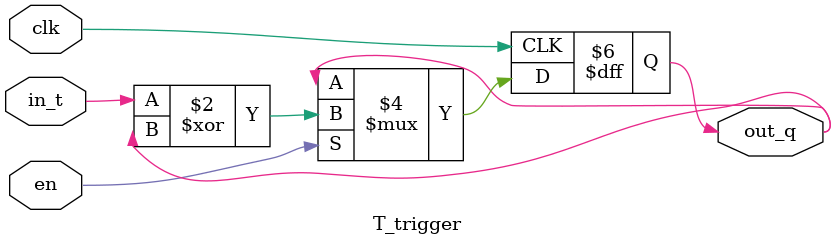
<source format=v>
module T_trigger(clk,in_t,en,out_q);
	input clk;
	input in_t;
	input en;
	output reg out_q;
	
	always @(posedge clk)
		if(en)
			out_q<=in_t^out_q;
		else
			out_q<=out_q;
endmodule
</source>
